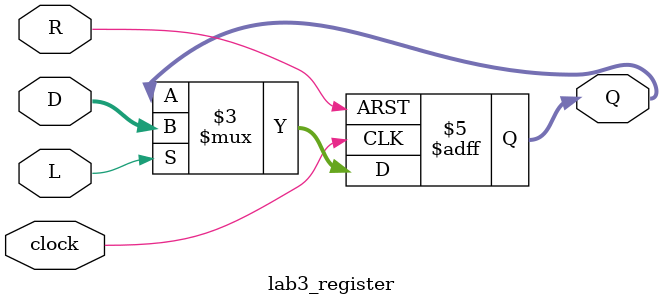
<source format=v>
module lab3_register (L, Q, D, R, clock);
	parameter N = 32;
	output reg [N-1:0]Q;
	input [N-1:0]D;
	input L;
	input R;
	input clock;
		
	always @(posedge clock or posedge R) 
	begin
		if(R)
			Q <= 0;
		else if(L)
			Q<= D;
		else 
			Q <= Q;
	end
endmodule	




</source>
